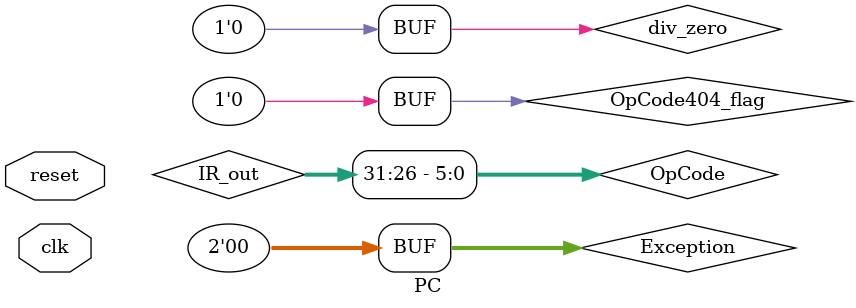
<source format=v>
module PC (
    input clk,
    input reset
);

wire [31:0] IR_out;
wire [31:0] PcSource_out;
wire [31:0] Data1;
wire [31:0] Data2;
wire [31:0] A_out;
wire [31:0] B_out;
wire [31:0] ALU_result;
wire [31:0] ALUOut_out;
wire [31:0] EPC_out;
wire [31:0] PC_out;
wire [31:0] HI_in;
wire [31:0] HI_out;
wire [31:0] LO_in;
wire [31:0] LO_out;
wire [31:0] Memory_out;
wire [31:0] MemoryData_out;
wire [31:0] RegRs_out;
wire [31:0] ShiftAmt_out;
wire [31:0] ShiftSrc_out;
wire [31:0] Memory_address;
wire [31:0] Exception_out;
wire [31:0] ALUSrcA_out;
wire [31:0] ALUSrcB_out;
wire [4:0] WriteReg_out;
wire [31:0] WriteData_out;
wire [31:0] Shift_out;
wire [31:0] SE_out;
wire [27:0] Shift26_out;
wire [31:0] ShiftedSE_out;
wire [31:0] SignExt_out;
wire [31:0] SignExt1_out;
wire zero_flag;
wire overflow_flag;
wire Igual_flag;
wire Maior_flag;
wire Menor_flag;
wire Negativo_flag;
wire [5:0] OpCode = IR_out[31:26];
wire [5:0] Funct = IR_out[5:0];
wire OpCode404_flag = 1'b0;
wire div_zero = 1'b0;
wire PC_wr;
wire PCWriteCond;
wire and_out;
wire PC_enable;
wire [2:0] IorD;
wire mem_wr;
wire ir_wr;
wire RegRs;
wire [1:0] reg_dst;
wire reg_wr;
wire wr_A;
wire wr_B;
wire [1:0] Alu_Src_A;
wire [1:0] Alu_Src_B;
wire [2:0] Alu_Op;
wire Alu_out_wr;
wire EPC_wr;
wire [2:0] PC_Source;
wire [1:0] cause_control;
wire [2:0] mem_reg;
wire [1:0] load_control;
wire [1:0] store_control;
wire MemDataWrite;
wire ShiftSrc;
wire ShiftAmt;
wire [2:0] shift_control;
wire hi_wr;
wire Lo_wr;
wire div0;
wire reset_out;
wire mult_start;
wire div_start;
wire Mult_div_lo;
wire Mult_div_hi;
wire [1:0] shift_control_in;
wire [1:0] shift_n;
wire [3:0] DataSrc;
wire [1:0] Exception = 2'b00;


parameter valor = {24'b000000000000000000000000,8'b11100011};

    portaAND AND_(
        .in0(zero_flag),
        .in1(PCWriteCond),
        .out(and_out)
    );

    portaOR OR_(
        .in0(PC_wr),
        .in1(and_out),
        .out(PC_enable)
    );

    Registrador PC_(
        .Clk(clk),
        .Reset(reset),
        .Load(PC_enable),
        .Entrada(PcSource_out),
        .Saida(PC_out)
    );

    Registrador A(
        .Clk(clk),
        .Reset(reset),
        .Load(WrA),
        .Entrada(Data1),
        .Saida(A_out)
    );

    Registrador B(
        .Clk(clk),
        .Reset(reset),
        .Load(WrB),
        .Entrada(Data2),
        .Saida(B_out)
    );

    Registrador ALUout(
        .Clk(clk),
        .Reset(reset),
        .Load(ALUOutCtrl),
        .Entrada(ALU_result),
        .Saida(ALUOut_out)
    );

    Registrador EPC(
        .Clk(clk),
        .Reset(reset),
        .Load(EPCCtrl),
        .Entrada(PC_out),
        .Saida(EPC_out)
    );

    Registrador HI(
        .Clk(clk),
        .Reset(reset),
        .Load(WriteHI),
        .Entrada(HI_in),
        .Saida(HI_out)
    );

    Registrador LO(
        .Clk(clk),
        .Reset(reset),
        .Load(WriteLO),
        .Entrada(LO_in),
        .Saida(LO_out)
    );

    Registrador MemoryDataRegister(
        .Clk(clk),
        .Reset(reset),
        .Load(MemDataWrite),
        .Entrada(Memory_out),
        .Saida(MemoryData_out)
    );

    mux2x1 muxRegRs(
        .sel(RegRs),
        .in0(IR_out[25:21]),
        .in1(5'b11101),
        .out(RegRs_out[4:0])
    );

    mux2x1 muxShiftAmt(
        .sel(ShiftAmt),
        .in0(B_out[10:6]),
        .in1(IR_out[10:6]),
        .out(ShiftAmt_out[4:0])
    );

    mux2x1_32 muxShiftSrc(
        .sel(ShiftSrc),
        .in0(A_out),
        .in1(B_out),
        .out(ShiftSrc_out)
    );

    mux3x1 muxIorD(
        .sel(IorD[0]),
        .in0(PC_out),
        .in1(ALUOut_out),
        .in2(ALU_result),
        .out(Memory_address)
    );

    mux3x1 muxException(
        .sel(Exception),
        .in0(32'b00000000000000000000000011111101),
        .in1(32'b00000000000000000000000011111110),
        .in2(32'b00000000000000000000000011111111),
        .out(Exception_out)
    );

    mux3x1 muzALUSrcA(
        .sel(Alu_Src_A[0]),
        .in0(PC_out),
        .in1(A_out),
        .in2(Data1),
        .out(ALUSrcA_out)
        );

    mux4x1 muxALUSrcB(
        .sel(Alu_Src_B), 
        .in0(B_out),
        .in1(32'd4),
        .in2(SignExt_out),
        .in3(ShiftedSE_out),
        .out(ALUSrcB_out)
    );

    mux4x1 muxRegDst(
        .sel(reg_dst),
        .in0(IR_out[20:16]),
        .in1(IR_out[15:11]),
        .in2(5'b11101),
        .in3(5'b11111),
        .out(WriteReg_out)
    );

    mux6x1 muxPcSource(
        .sel(PC_Source),
        .in0(ALU_result),
        .in1(ALUOut_out),
        .in2(Shift26_out),
        .in3(EPC_out),
        .in4(Exception_out),
        .in5(32'b0),
        .out(PcSource_out)
    );

    mux9x1 muxDataSrc(
        .sel(DataSrc),
        .in0(ALU_result),
        .in1(MemoryData_out),
        .in2(HI_out),
        .in3(LO_out),
        .in4(SignExt1_out),
        .in5(ALUOut_out),
        .in6(EPC_out),
        .in7(Shift_out),
        .in8(valor),
        .out(WriteData_out)
    );

    Shift32x32 ShiftLeft2(
        .in(ALU_result),
        .out(PcSource_out)
    );

    sEwithzero16x32 SE(
        .in(IR_out[15:0]),
        .out(SE_out)
    );

    shift26x28 Shift26x28(
        .in(IR_out[25:0]),
        .out(Shift26_out)
    );

    Shift32x32 ShiftPC(
        .in(SE_out),
        .out(ShiftedSE_out)
    );

    signExtend16x32 SignExt(
        .in(IR_out[15:0]),
        .out(SignExt_out)
    );

    signExtend1x32 SignExt1(
        .in(Menor_flag),
        .out(SignExt1_out)
    );

    Instr_Reg InstrReg(
        .Clk(clk),
        .Reset(reset),
        .Load_ir(IRWrite),
        .Entrada(Memory_out),
        .Instr31_26(IR_out[31:26]),
        .Instr25_21(IR_out[25:21]),
        .Instr20_16(IR_out[20:16]),
        .Instr15_0(IR_out[15:0])
    );

    Banco_Reg bankReg(
        .Clk(clk),
        .Reset(reset),
        .RegWrite(RegWrite),
        .ReadReg1(RegRs_out[4:0]),
        .ReadReg2(IR_out[20:16]),
        .WriteReg(WriteReg_out),
        .WriteData(WriteData_out),
        .ReadData1(Data1),
        .ReadData2(Data2)
    );

    Memoria Memory(
        .Clock(clk),
        .Wr({4{MemWR}}),
        .Address(Memory_address),
        .Datain(B_out),
        .Dataout(Memory_out)
    );

    RegDesloc Shift(
        .Clk(clk),
        .Reset(reset),
        .Entrada(ShiftSrc_out),
        .N(ShiftAmt_out[4:0]),
        .Shift(shift_control),
        .Saida(Shift_out)
    );

    Ula32 ALU(
        .A(ALUSrcA_out),
        .B(ALUSrcB_out),
        .Seletor(Alu_Op),
        .S(ALU_result),
        .z(zero_flag),
        .Overflow(overflow_flag),
        .Negativo(Negativo_flag),
        .Igual(Igual_flag),
        .Maior(Maior_flag),
        .Menor(Menor_flag)
    );

    controlUnit CPU(
        .clk(clk),
        .reset(reset),
        .O(overflow_flag),
        .OpCode404_flag(OpCode404_flag),
        .div_zero(div_zero),
        .OpCode(OpCode),
        .Funct(Funct),
        .zero(zero_flag),
        .neg(Negativo_flag),
        .lt(Menor_flag),
        .gt(Maior_flag),
        .et(Igual_flag),
        .PCWriteCond(PCWriteCond),
        .IorD(IorD),
        .mem_wr(mem_wr),
        .ir_wr(ir_wr),
        .reg_wr(reg_wr),
        .wr_A(wr_A),
        .wr_B(wr_B),
        .reg_dst(reg_dst),
        .Alu_Src_A(Alu_Src_A),
        .Alu_Src_B(Alu_Src_B),
        .Alu_Op(Alu_Op),
        .Alu_out_wr(Alu_out_wr),
        .PC_Source(PC_Source),
        .PC_wr(PC_wr),
        .EPC_wr(EPC_wr),
        .load_control(load_control),
        .store_control(store_control),
        .MemDataWrite(MemDataWrite),
        .ShiftSrc(ShiftSrc),
        .ShiftAmt(ShiftAmt),
        .shift_control(shift_control),
        .hi_wr(hi_wr),
        .Lo_wr(Lo_wr),
        .reset_out(reset_out),
        .overflow_flag(overflow_flag),
        .igual_flag(Igual_flag),
        .maior_flag(Maior_flag),
        .menor_flag(Menor_flag),
        .zero_flag(zero_flag)
    );

endmodule
</source>
